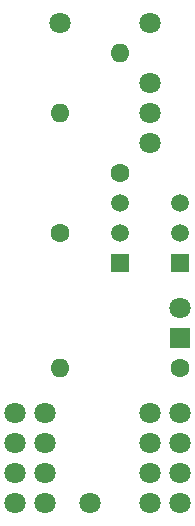
<source format=gbr>
%TF.GenerationSoftware,KiCad,Pcbnew,7.0.8*%
%TF.CreationDate,2023-10-09T16:54:35-07:00*%
%TF.ProjectId,decoder_head,6465636f-6465-4725-9f68-6561642e6b69,rev?*%
%TF.SameCoordinates,Original*%
%TF.FileFunction,Copper,L2,Bot*%
%TF.FilePolarity,Positive*%
%FSLAX46Y46*%
G04 Gerber Fmt 4.6, Leading zero omitted, Abs format (unit mm)*
G04 Created by KiCad (PCBNEW 7.0.8) date 2023-10-09 16:54:35*
%MOMM*%
%LPD*%
G01*
G04 APERTURE LIST*
%TA.AperFunction,ComponentPad*%
%ADD10C,1.800000*%
%TD*%
%TA.AperFunction,ComponentPad*%
%ADD11C,1.600000*%
%TD*%
%TA.AperFunction,ComponentPad*%
%ADD12O,1.600000X1.600000*%
%TD*%
%TA.AperFunction,ComponentPad*%
%ADD13R,1.800000X1.800000*%
%TD*%
%TA.AperFunction,ComponentPad*%
%ADD14R,1.500000X1.500000*%
%TD*%
%TA.AperFunction,ComponentPad*%
%ADD15C,1.500000*%
%TD*%
G04 APERTURE END LIST*
D10*
%TO.P,,1*%
%TO.N,N/C*%
X68580000Y-127000000D03*
%TD*%
%TO.P,,1*%
%TO.N,N/C*%
X57150000Y-127000000D03*
%TD*%
%TO.P,,1*%
%TO.N,N/C*%
X68580000Y-96520000D03*
%TD*%
%TO.P,GND,1*%
%TO.N,N/C*%
X63500000Y-127000000D03*
%TD*%
%TO.P,,1*%
%TO.N,N/C*%
X68580000Y-124460000D03*
%TD*%
%TO.P,,1*%
%TO.N,N/C*%
X59690000Y-119380000D03*
%TD*%
%TO.P,IN,1*%
%TO.N,N/C*%
X60960000Y-86360000D03*
%TD*%
D11*
%TO.P,1K,1*%
%TO.N,N/C*%
X66040000Y-99060000D03*
D12*
%TO.P,1K,2*%
X66040000Y-88900000D03*
%TD*%
D10*
%TO.P,,1*%
%TO.N,N/C*%
X68580000Y-93980000D03*
%TD*%
%TO.P,,1*%
%TO.N,N/C*%
X71120000Y-124460000D03*
%TD*%
%TO.P,,1*%
%TO.N,N/C*%
X57150000Y-119380000D03*
%TD*%
%TO.P,,1*%
%TO.N,N/C*%
X59690000Y-121920000D03*
%TD*%
%TO.P,,1*%
%TO.N,N/C*%
X71120000Y-121920000D03*
%TD*%
D13*
%TO.P,REF\u002A\u002A,1*%
%TO.N,N/C*%
X71120000Y-113030000D03*
D10*
%TO.P,REF\u002A\u002A,2*%
X71120000Y-110490000D03*
%TD*%
%TO.P,,1*%
%TO.N,N/C*%
X57150000Y-121920000D03*
%TD*%
%TO.P,,1*%
%TO.N,N/C*%
X71120000Y-127000000D03*
%TD*%
%TO.P,,1*%
%TO.N,N/C*%
X57150000Y-124460000D03*
%TD*%
D14*
%TO.P,BUFFER,1*%
%TO.N,N/C*%
X71120000Y-106680000D03*
D15*
%TO.P,BUFFER,2*%
X71120000Y-104140000D03*
%TO.P,BUFFER,3*%
X71120000Y-101600000D03*
%TD*%
D10*
%TO.P,,1*%
%TO.N,N/C*%
X59690000Y-124460000D03*
%TD*%
%TO.P,,1*%
%TO.N,N/C*%
X68580000Y-121920000D03*
%TD*%
%TO.P,,1*%
%TO.N,N/C*%
X71120000Y-119380000D03*
%TD*%
D11*
%TO.P,10K,1*%
%TO.N,N/C*%
X60960000Y-104140000D03*
D12*
%TO.P,10K,2*%
X60960000Y-93980000D03*
%TD*%
D11*
%TO.P,1K,1*%
%TO.N,N/C*%
X71120000Y-115570000D03*
D12*
%TO.P,1K,2*%
X60960000Y-115570000D03*
%TD*%
D14*
%TO.P,NOT,1*%
%TO.N,N/C*%
X66040000Y-106680000D03*
D15*
%TO.P,NOT,2*%
X66040000Y-104140000D03*
%TO.P,NOT,3*%
X66040000Y-101600000D03*
%TD*%
D10*
%TO.P,5V,1*%
%TO.N,N/C*%
X68580000Y-86360000D03*
%TD*%
%TO.P,,1*%
%TO.N,N/C*%
X68580000Y-91440000D03*
%TD*%
%TO.P,,1*%
%TO.N,N/C*%
X68580000Y-119380000D03*
%TD*%
%TO.P,Q,1*%
%TO.N,N/C*%
X59690000Y-127000000D03*
%TD*%
M02*

</source>
